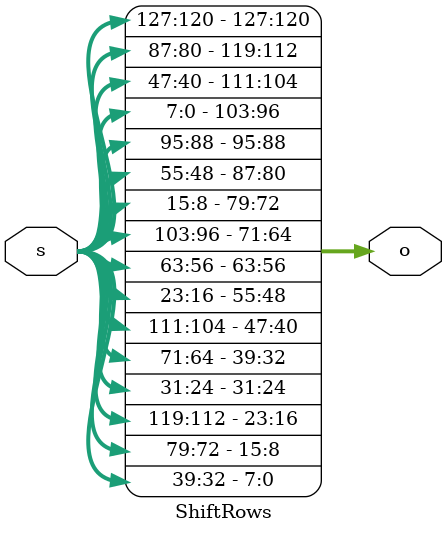
<source format=v>
module ShiftRows(s, o);

input [127:0] s;
output [127:0] o;

//wire [15:0] s;
//reg [15:0] o;

assign o[127:0] = {s[127:120], s[87:80], s[47:40], s[7:0], s[95:88], s[55:48], s[15:8], s[103:96], s[63:56], s[23:16], s[111:104], s[71:64], s[31:24], s[119:112], s[79:72], s[39:32]};

endmodule
</source>
